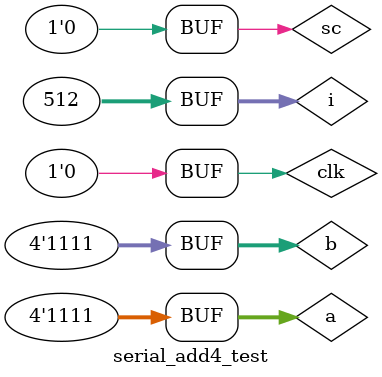
<source format=v>
module serial_add4_test;
wire [3:0]o;
wire carry;
reg [3:0]a,b;
reg clk,sc;
integer i;
serial_add4 nah(a,b,clk,sc,o,carry);
initial begin
clk=0;
sc=0;
repeat(1500)
#14 clk=~clk;
end
initial begin
for(i=0;i<512;i=i+1)
begin
{a,b}=i;
#45;
end
end
endmodule

</source>
